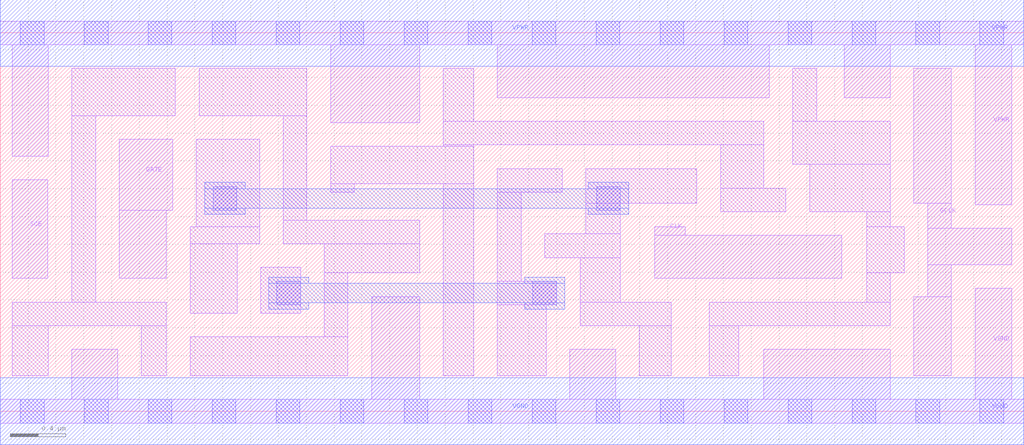
<source format=lef>
# Copyright 2020 The SkyWater PDK Authors
#
# Licensed under the Apache License, Version 2.0 (the "License");
# you may not use this file except in compliance with the License.
# You may obtain a copy of the License at
#
#     https://www.apache.org/licenses/LICENSE-2.0
#
# Unless required by applicable law or agreed to in writing, software
# distributed under the License is distributed on an "AS IS" BASIS,
# WITHOUT WARRANTIES OR CONDITIONS OF ANY KIND, either express or implied.
# See the License for the specific language governing permissions and
# limitations under the License.
#
# SPDX-License-Identifier: Apache-2.0

VERSION 5.7 ;
  NAMESCASESENSITIVE ON ;
  NOWIREEXTENSIONATPIN ON ;
  DIVIDERCHAR "/" ;
  BUSBITCHARS "[]" ;
UNITS
  DATABASE MICRONS 200 ;
END UNITS
MACRO sky130_fd_sc_hd__sdlclkp_2
  CLASS CORE ;
  SOURCE USER ;
  FOREIGN sky130_fd_sc_hd__sdlclkp_2 ;
  ORIGIN  0.000000  0.000000 ;
  SIZE  7.360000 BY  2.720000 ;
  SYMMETRY X Y R90 ;
  SITE unithd ;
  PIN GATE
    ANTENNAGATEAREA  0.159000 ;
    DIRECTION INPUT ;
    USE SIGNAL ;
    PORT
      LAYER li1 ;
        RECT 0.855000 0.955000 1.195000 1.445000 ;
        RECT 0.855000 1.445000 1.240000 1.955000 ;
    END
  END GATE
  PIN GCLK
    ANTENNADIFFAREA  0.445500 ;
    DIRECTION OUTPUT ;
    USE SIGNAL ;
    PORT
      LAYER li1 ;
        RECT 6.570000 0.255000 6.840000 0.825000 ;
        RECT 6.570000 1.495000 6.840000 2.465000 ;
        RECT 6.670000 0.825000 6.840000 1.055000 ;
        RECT 6.670000 1.055000 7.275000 1.315000 ;
        RECT 6.670000 1.315000 6.840000 1.495000 ;
    END
  END GCLK
  PIN SCE
    ANTENNAGATEAREA  0.159000 ;
    DIRECTION INPUT ;
    USE SIGNAL ;
    PORT
      LAYER li1 ;
        RECT 0.085000 0.955000 0.340000 1.665000 ;
    END
  END SCE
  PIN CLK
    ANTENNAGATEAREA  0.318000 ;
    DIRECTION INPUT ;
    USE CLOCK ;
    PORT
      LAYER li1 ;
        RECT 4.705000 0.955000 6.050000 1.265000 ;
        RECT 4.705000 1.265000 4.925000 1.325000 ;
    END
  END CLK
  PIN VGND
    DIRECTION INOUT ;
    SHAPE ABUTMENT ;
    USE GROUND ;
    PORT
      LAYER li1 ;
        RECT 0.000000 -0.085000 7.360000 0.085000 ;
        RECT 0.515000  0.085000 0.845000 0.445000 ;
        RECT 2.670000  0.085000 3.015000 0.825000 ;
        RECT 4.095000  0.085000 4.425000 0.445000 ;
        RECT 5.490000  0.085000 6.400000 0.445000 ;
        RECT 7.010000  0.085000 7.275000 0.885000 ;
      LAYER mcon ;
        RECT 0.145000 -0.085000 0.315000 0.085000 ;
        RECT 0.605000 -0.085000 0.775000 0.085000 ;
        RECT 1.065000 -0.085000 1.235000 0.085000 ;
        RECT 1.525000 -0.085000 1.695000 0.085000 ;
        RECT 1.985000 -0.085000 2.155000 0.085000 ;
        RECT 2.445000 -0.085000 2.615000 0.085000 ;
        RECT 2.905000 -0.085000 3.075000 0.085000 ;
        RECT 3.365000 -0.085000 3.535000 0.085000 ;
        RECT 3.825000 -0.085000 3.995000 0.085000 ;
        RECT 4.285000 -0.085000 4.455000 0.085000 ;
        RECT 4.745000 -0.085000 4.915000 0.085000 ;
        RECT 5.205000 -0.085000 5.375000 0.085000 ;
        RECT 5.665000 -0.085000 5.835000 0.085000 ;
        RECT 6.125000 -0.085000 6.295000 0.085000 ;
        RECT 6.585000 -0.085000 6.755000 0.085000 ;
        RECT 7.045000 -0.085000 7.215000 0.085000 ;
      LAYER met1 ;
        RECT 0.000000 -0.240000 7.360000 0.240000 ;
    END
  END VGND
  PIN VPWR
    DIRECTION INOUT ;
    SHAPE ABUTMENT ;
    USE POWER ;
    PORT
      LAYER li1 ;
        RECT 0.000000 2.635000 7.360000 2.805000 ;
        RECT 0.085000 1.835000 0.345000 2.635000 ;
        RECT 2.375000 2.075000 3.015000 2.635000 ;
        RECT 3.575000 2.255000 5.530000 2.635000 ;
        RECT 6.070000 2.255000 6.400000 2.635000 ;
        RECT 7.010000 1.485000 7.275000 2.635000 ;
      LAYER mcon ;
        RECT 0.145000 2.635000 0.315000 2.805000 ;
        RECT 0.605000 2.635000 0.775000 2.805000 ;
        RECT 1.065000 2.635000 1.235000 2.805000 ;
        RECT 1.525000 2.635000 1.695000 2.805000 ;
        RECT 1.985000 2.635000 2.155000 2.805000 ;
        RECT 2.445000 2.635000 2.615000 2.805000 ;
        RECT 2.905000 2.635000 3.075000 2.805000 ;
        RECT 3.365000 2.635000 3.535000 2.805000 ;
        RECT 3.825000 2.635000 3.995000 2.805000 ;
        RECT 4.285000 2.635000 4.455000 2.805000 ;
        RECT 4.745000 2.635000 4.915000 2.805000 ;
        RECT 5.205000 2.635000 5.375000 2.805000 ;
        RECT 5.665000 2.635000 5.835000 2.805000 ;
        RECT 6.125000 2.635000 6.295000 2.805000 ;
        RECT 6.585000 2.635000 6.755000 2.805000 ;
        RECT 7.045000 2.635000 7.215000 2.805000 ;
      LAYER met1 ;
        RECT 0.000000 2.480000 7.360000 2.960000 ;
    END
  END VPWR
  OBS
    LAYER li1 ;
      RECT 0.085000 0.255000 0.345000 0.615000 ;
      RECT 0.085000 0.615000 1.195000 0.785000 ;
      RECT 0.515000 0.785000 0.685000 2.125000 ;
      RECT 0.515000 2.125000 1.260000 2.465000 ;
      RECT 1.015000 0.255000 1.195000 0.615000 ;
      RECT 1.365000 0.255000 2.500000 0.535000 ;
      RECT 1.365000 0.705000 1.705000 1.205000 ;
      RECT 1.365000 1.205000 1.865000 1.325000 ;
      RECT 1.410000 1.325000 1.865000 1.955000 ;
      RECT 1.430000 2.125000 2.205000 2.465000 ;
      RECT 1.875000 0.705000 2.160000 1.035000 ;
      RECT 2.035000 1.205000 3.015000 1.375000 ;
      RECT 2.035000 1.375000 2.205000 2.125000 ;
      RECT 2.330000 0.535000 2.500000 0.995000 ;
      RECT 2.330000 0.995000 3.015000 1.205000 ;
      RECT 2.375000 1.575000 2.545000 1.635000 ;
      RECT 2.375000 1.635000 3.405000 1.905000 ;
      RECT 3.185000 0.255000 3.405000 1.635000 ;
      RECT 3.185000 1.905000 3.405000 1.915000 ;
      RECT 3.185000 1.915000 5.490000 2.085000 ;
      RECT 3.185000 2.085000 3.405000 2.465000 ;
      RECT 3.575000 0.255000 3.925000 0.765000 ;
      RECT 3.575000 0.765000 4.000000 0.935000 ;
      RECT 3.575000 0.935000 3.745000 1.575000 ;
      RECT 3.575000 1.575000 4.040000 1.745000 ;
      RECT 3.915000 1.105000 4.460000 1.275000 ;
      RECT 4.170000 0.615000 4.825000 0.785000 ;
      RECT 4.170000 0.785000 4.460000 1.105000 ;
      RECT 4.210000 1.275000 4.460000 1.495000 ;
      RECT 4.210000 1.495000 5.010000 1.745000 ;
      RECT 4.595000 0.255000 4.825000 0.615000 ;
      RECT 5.100000 0.255000 5.310000 0.615000 ;
      RECT 5.100000 0.615000 6.400000 0.785000 ;
      RECT 5.180000 1.435000 5.650000 1.605000 ;
      RECT 5.180000 1.605000 5.490000 1.915000 ;
      RECT 5.700000 1.775000 6.400000 2.085000 ;
      RECT 5.700000 2.085000 5.870000 2.465000 ;
      RECT 5.820000 1.435000 6.400000 1.775000 ;
      RECT 6.230000 0.785000 6.400000 0.995000 ;
      RECT 6.230000 0.995000 6.500000 1.325000 ;
      RECT 6.230000 1.325000 6.400000 1.435000 ;
    LAYER mcon ;
      RECT 1.530000 1.445000 1.700000 1.615000 ;
      RECT 1.990000 0.765000 2.160000 0.935000 ;
      RECT 3.830000 0.765000 4.000000 0.935000 ;
      RECT 4.290000 1.445000 4.460000 1.615000 ;
    LAYER met1 ;
      RECT 1.470000 1.415000 1.760000 1.460000 ;
      RECT 1.470000 1.460000 4.520000 1.600000 ;
      RECT 1.470000 1.600000 1.760000 1.645000 ;
      RECT 1.930000 0.735000 2.220000 0.780000 ;
      RECT 1.930000 0.780000 4.060000 0.920000 ;
      RECT 1.930000 0.920000 2.220000 0.965000 ;
      RECT 3.770000 0.735000 4.060000 0.780000 ;
      RECT 3.770000 0.920000 4.060000 0.965000 ;
      RECT 4.230000 1.415000 4.520000 1.460000 ;
      RECT 4.230000 1.600000 4.520000 1.645000 ;
  END
END sky130_fd_sc_hd__sdlclkp_2

</source>
